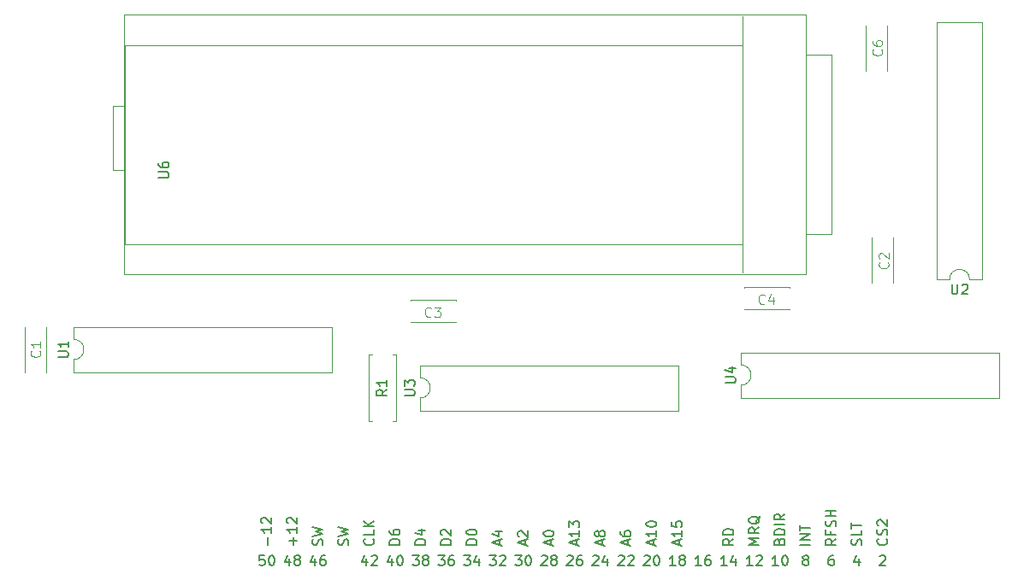
<source format=gto>
G04 #@! TF.GenerationSoftware,KiCad,Pcbnew,(6.0.9)*
G04 #@! TF.CreationDate,2023-05-01T17:42:55+02:00*
G04 #@! TF.ProjectId,05_Cartucho_MSX_Tang_Nano_9k_Mapper,30355f43-6172-4747-9563-686f5f4d5358,rev?*
G04 #@! TF.SameCoordinates,Original*
G04 #@! TF.FileFunction,Legend,Top*
G04 #@! TF.FilePolarity,Positive*
%FSLAX46Y46*%
G04 Gerber Fmt 4.6, Leading zero omitted, Abs format (unit mm)*
G04 Created by KiCad (PCBNEW (6.0.9)) date 2023-05-01 17:42:55*
%MOMM*%
%LPD*%
G01*
G04 APERTURE LIST*
%ADD10C,0.150000*%
%ADD11C,0.096520*%
%ADD12C,0.120000*%
%ADD13C,0.100000*%
%ADD14C,1.600000*%
%ADD15R,1.600000X2.400000*%
%ADD16O,1.600000X2.400000*%
%ADD17C,4.900000*%
%ADD18R,1.270000X7.620000*%
%ADD19O,1.600000X1.600000*%
%ADD20R,2.400000X1.600000*%
%ADD21O,2.400000X1.600000*%
G04 APERTURE END LIST*
D10*
X118618095Y-133532619D02*
X118665714Y-133485000D01*
X118760952Y-133437380D01*
X118999047Y-133437380D01*
X119094285Y-133485000D01*
X119141904Y-133532619D01*
X119189523Y-133627857D01*
X119189523Y-133723095D01*
X119141904Y-133865952D01*
X118570476Y-134437380D01*
X119189523Y-134437380D01*
X119808571Y-133437380D02*
X119903809Y-133437380D01*
X119999047Y-133485000D01*
X120046666Y-133532619D01*
X120094285Y-133627857D01*
X120141904Y-133818333D01*
X120141904Y-134056428D01*
X120094285Y-134246904D01*
X120046666Y-134342142D01*
X119999047Y-134389761D01*
X119903809Y-134437380D01*
X119808571Y-134437380D01*
X119713333Y-134389761D01*
X119665714Y-134342142D01*
X119618095Y-134246904D01*
X119570476Y-134056428D01*
X119570476Y-133818333D01*
X119618095Y-133627857D01*
X119665714Y-133532619D01*
X119713333Y-133485000D01*
X119808571Y-133437380D01*
X83891428Y-132379404D02*
X83891428Y-131617500D01*
X84272380Y-131998452D02*
X83510476Y-131998452D01*
X84272380Y-130617500D02*
X84272380Y-131188928D01*
X84272380Y-130903214D02*
X83272380Y-130903214D01*
X83415238Y-130998452D01*
X83510476Y-131093690D01*
X83558095Y-131188928D01*
X83367619Y-130236547D02*
X83320000Y-130188928D01*
X83272380Y-130093690D01*
X83272380Y-129855595D01*
X83320000Y-129760357D01*
X83367619Y-129712738D01*
X83462857Y-129665119D01*
X83558095Y-129665119D01*
X83700952Y-129712738D01*
X84272380Y-130284166D01*
X84272380Y-129665119D01*
X129349523Y-134437380D02*
X128778095Y-134437380D01*
X129063809Y-134437380D02*
X129063809Y-133437380D01*
X128968571Y-133580238D01*
X128873333Y-133675476D01*
X128778095Y-133723095D01*
X129730476Y-133532619D02*
X129778095Y-133485000D01*
X129873333Y-133437380D01*
X130111428Y-133437380D01*
X130206666Y-133485000D01*
X130254285Y-133532619D01*
X130301904Y-133627857D01*
X130301904Y-133723095D01*
X130254285Y-133865952D01*
X129682857Y-134437380D01*
X130301904Y-134437380D01*
X126809523Y-134437380D02*
X126238095Y-134437380D01*
X126523809Y-134437380D02*
X126523809Y-133437380D01*
X126428571Y-133580238D01*
X126333333Y-133675476D01*
X126238095Y-133723095D01*
X127666666Y-133770714D02*
X127666666Y-134437380D01*
X127428571Y-133389761D02*
X127190476Y-134104047D01*
X127809523Y-134104047D01*
X91154285Y-133770714D02*
X91154285Y-134437380D01*
X90916190Y-133389761D02*
X90678095Y-134104047D01*
X91297142Y-134104047D01*
X91630476Y-133532619D02*
X91678095Y-133485000D01*
X91773333Y-133437380D01*
X92011428Y-133437380D01*
X92106666Y-133485000D01*
X92154285Y-133532619D01*
X92201904Y-133627857D01*
X92201904Y-133723095D01*
X92154285Y-133865952D01*
X91582857Y-134437380D01*
X92201904Y-134437380D01*
X86764761Y-132427023D02*
X86812380Y-132284166D01*
X86812380Y-132046071D01*
X86764761Y-131950833D01*
X86717142Y-131903214D01*
X86621904Y-131855595D01*
X86526666Y-131855595D01*
X86431428Y-131903214D01*
X86383809Y-131950833D01*
X86336190Y-132046071D01*
X86288571Y-132236547D01*
X86240952Y-132331785D01*
X86193333Y-132379404D01*
X86098095Y-132427023D01*
X86002857Y-132427023D01*
X85907619Y-132379404D01*
X85860000Y-132331785D01*
X85812380Y-132236547D01*
X85812380Y-131998452D01*
X85860000Y-131855595D01*
X85812380Y-131522261D02*
X86812380Y-131284166D01*
X86098095Y-131093690D01*
X86812380Y-130903214D01*
X85812380Y-130665119D01*
X116078095Y-133532619D02*
X116125714Y-133485000D01*
X116220952Y-133437380D01*
X116459047Y-133437380D01*
X116554285Y-133485000D01*
X116601904Y-133532619D01*
X116649523Y-133627857D01*
X116649523Y-133723095D01*
X116601904Y-133865952D01*
X116030476Y-134437380D01*
X116649523Y-134437380D01*
X117030476Y-133532619D02*
X117078095Y-133485000D01*
X117173333Y-133437380D01*
X117411428Y-133437380D01*
X117506666Y-133485000D01*
X117554285Y-133532619D01*
X117601904Y-133627857D01*
X117601904Y-133723095D01*
X117554285Y-133865952D01*
X116982857Y-134437380D01*
X117601904Y-134437380D01*
X114466666Y-132427023D02*
X114466666Y-131950833D01*
X114752380Y-132522261D02*
X113752380Y-132188928D01*
X114752380Y-131855595D01*
X114180952Y-131379404D02*
X114133333Y-131474642D01*
X114085714Y-131522261D01*
X113990476Y-131569880D01*
X113942857Y-131569880D01*
X113847619Y-131522261D01*
X113800000Y-131474642D01*
X113752380Y-131379404D01*
X113752380Y-131188928D01*
X113800000Y-131093690D01*
X113847619Y-131046071D01*
X113942857Y-130998452D01*
X113990476Y-130998452D01*
X114085714Y-131046071D01*
X114133333Y-131093690D01*
X114180952Y-131188928D01*
X114180952Y-131379404D01*
X114228571Y-131474642D01*
X114276190Y-131522261D01*
X114371428Y-131569880D01*
X114561904Y-131569880D01*
X114657142Y-131522261D01*
X114704761Y-131474642D01*
X114752380Y-131379404D01*
X114752380Y-131188928D01*
X114704761Y-131093690D01*
X114657142Y-131046071D01*
X114561904Y-130998452D01*
X114371428Y-130998452D01*
X114276190Y-131046071D01*
X114228571Y-131093690D01*
X114180952Y-131188928D01*
X122086666Y-132427023D02*
X122086666Y-131950833D01*
X122372380Y-132522261D02*
X121372380Y-132188928D01*
X122372380Y-131855595D01*
X122372380Y-130998452D02*
X122372380Y-131569880D01*
X122372380Y-131284166D02*
X121372380Y-131284166D01*
X121515238Y-131379404D01*
X121610476Y-131474642D01*
X121658095Y-131569880D01*
X121372380Y-130093690D02*
X121372380Y-130569880D01*
X121848571Y-130617500D01*
X121800952Y-130569880D01*
X121753333Y-130474642D01*
X121753333Y-130236547D01*
X121800952Y-130141309D01*
X121848571Y-130093690D01*
X121943809Y-130046071D01*
X122181904Y-130046071D01*
X122277142Y-130093690D01*
X122324761Y-130141309D01*
X122372380Y-130236547D01*
X122372380Y-130474642D01*
X122324761Y-130569880D01*
X122277142Y-130617500D01*
X81351428Y-132379404D02*
X81351428Y-131617500D01*
X81732380Y-130617500D02*
X81732380Y-131188928D01*
X81732380Y-130903214D02*
X80732380Y-130903214D01*
X80875238Y-130998452D01*
X80970476Y-131093690D01*
X81018095Y-131188928D01*
X80827619Y-130236547D02*
X80780000Y-130188928D01*
X80732380Y-130093690D01*
X80732380Y-129855595D01*
X80780000Y-129760357D01*
X80827619Y-129712738D01*
X80922857Y-129665119D01*
X81018095Y-129665119D01*
X81160952Y-129712738D01*
X81732380Y-130284166D01*
X81732380Y-129665119D01*
X95710476Y-133437380D02*
X96329523Y-133437380D01*
X95996190Y-133818333D01*
X96139047Y-133818333D01*
X96234285Y-133865952D01*
X96281904Y-133913571D01*
X96329523Y-134008809D01*
X96329523Y-134246904D01*
X96281904Y-134342142D01*
X96234285Y-134389761D01*
X96139047Y-134437380D01*
X95853333Y-134437380D01*
X95758095Y-134389761D01*
X95710476Y-134342142D01*
X96900952Y-133865952D02*
X96805714Y-133818333D01*
X96758095Y-133770714D01*
X96710476Y-133675476D01*
X96710476Y-133627857D01*
X96758095Y-133532619D01*
X96805714Y-133485000D01*
X96900952Y-133437380D01*
X97091428Y-133437380D01*
X97186666Y-133485000D01*
X97234285Y-133532619D01*
X97281904Y-133627857D01*
X97281904Y-133675476D01*
X97234285Y-133770714D01*
X97186666Y-133818333D01*
X97091428Y-133865952D01*
X96900952Y-133865952D01*
X96805714Y-133913571D01*
X96758095Y-133961190D01*
X96710476Y-134056428D01*
X96710476Y-134246904D01*
X96758095Y-134342142D01*
X96805714Y-134389761D01*
X96900952Y-134437380D01*
X97091428Y-134437380D01*
X97186666Y-134389761D01*
X97234285Y-134342142D01*
X97281904Y-134246904D01*
X97281904Y-134056428D01*
X97234285Y-133961190D01*
X97186666Y-133913571D01*
X97091428Y-133865952D01*
X142597142Y-131807976D02*
X142644761Y-131855595D01*
X142692380Y-131998452D01*
X142692380Y-132093690D01*
X142644761Y-132236547D01*
X142549523Y-132331785D01*
X142454285Y-132379404D01*
X142263809Y-132427023D01*
X142120952Y-132427023D01*
X141930476Y-132379404D01*
X141835238Y-132331785D01*
X141740000Y-132236547D01*
X141692380Y-132093690D01*
X141692380Y-131998452D01*
X141740000Y-131855595D01*
X141787619Y-131807976D01*
X142644761Y-131427023D02*
X142692380Y-131284166D01*
X142692380Y-131046071D01*
X142644761Y-130950833D01*
X142597142Y-130903214D01*
X142501904Y-130855595D01*
X142406666Y-130855595D01*
X142311428Y-130903214D01*
X142263809Y-130950833D01*
X142216190Y-131046071D01*
X142168571Y-131236547D01*
X142120952Y-131331785D01*
X142073333Y-131379404D01*
X141978095Y-131427023D01*
X141882857Y-131427023D01*
X141787619Y-131379404D01*
X141740000Y-131331785D01*
X141692380Y-131236547D01*
X141692380Y-130998452D01*
X141740000Y-130855595D01*
X141787619Y-130474642D02*
X141740000Y-130427023D01*
X141692380Y-130331785D01*
X141692380Y-130093690D01*
X141740000Y-129998452D01*
X141787619Y-129950833D01*
X141882857Y-129903214D01*
X141978095Y-129903214D01*
X142120952Y-129950833D01*
X142692380Y-130522261D01*
X142692380Y-129903214D01*
X105870476Y-133437380D02*
X106489523Y-133437380D01*
X106156190Y-133818333D01*
X106299047Y-133818333D01*
X106394285Y-133865952D01*
X106441904Y-133913571D01*
X106489523Y-134008809D01*
X106489523Y-134246904D01*
X106441904Y-134342142D01*
X106394285Y-134389761D01*
X106299047Y-134437380D01*
X106013333Y-134437380D01*
X105918095Y-134389761D01*
X105870476Y-134342142D01*
X107108571Y-133437380D02*
X107203809Y-133437380D01*
X107299047Y-133485000D01*
X107346666Y-133532619D01*
X107394285Y-133627857D01*
X107441904Y-133818333D01*
X107441904Y-134056428D01*
X107394285Y-134246904D01*
X107346666Y-134342142D01*
X107299047Y-134389761D01*
X107203809Y-134437380D01*
X107108571Y-134437380D01*
X107013333Y-134389761D01*
X106965714Y-134342142D01*
X106918095Y-134246904D01*
X106870476Y-134056428D01*
X106870476Y-133818333D01*
X106918095Y-133627857D01*
X106965714Y-133532619D01*
X107013333Y-133485000D01*
X107108571Y-133437380D01*
X96972380Y-132379404D02*
X95972380Y-132379404D01*
X95972380Y-132141309D01*
X96020000Y-131998452D01*
X96115238Y-131903214D01*
X96210476Y-131855595D01*
X96400952Y-131807976D01*
X96543809Y-131807976D01*
X96734285Y-131855595D01*
X96829523Y-131903214D01*
X96924761Y-131998452D01*
X96972380Y-132141309D01*
X96972380Y-132379404D01*
X96305714Y-130950833D02*
X96972380Y-130950833D01*
X95924761Y-131188928D02*
X96639047Y-131427023D01*
X96639047Y-130807976D01*
X91797142Y-131807976D02*
X91844761Y-131855595D01*
X91892380Y-131998452D01*
X91892380Y-132093690D01*
X91844761Y-132236547D01*
X91749523Y-132331785D01*
X91654285Y-132379404D01*
X91463809Y-132427023D01*
X91320952Y-132427023D01*
X91130476Y-132379404D01*
X91035238Y-132331785D01*
X90940000Y-132236547D01*
X90892380Y-132093690D01*
X90892380Y-131998452D01*
X90940000Y-131855595D01*
X90987619Y-131807976D01*
X91892380Y-130903214D02*
X91892380Y-131379404D01*
X90892380Y-131379404D01*
X91892380Y-130569880D02*
X90892380Y-130569880D01*
X91892380Y-129998452D02*
X91320952Y-130427023D01*
X90892380Y-129998452D02*
X91463809Y-130569880D01*
X119546666Y-132427023D02*
X119546666Y-131950833D01*
X119832380Y-132522261D02*
X118832380Y-132188928D01*
X119832380Y-131855595D01*
X119832380Y-130998452D02*
X119832380Y-131569880D01*
X119832380Y-131284166D02*
X118832380Y-131284166D01*
X118975238Y-131379404D01*
X119070476Y-131474642D01*
X119118095Y-131569880D01*
X118832380Y-130379404D02*
X118832380Y-130284166D01*
X118880000Y-130188928D01*
X118927619Y-130141309D01*
X119022857Y-130093690D01*
X119213333Y-130046071D01*
X119451428Y-130046071D01*
X119641904Y-130093690D01*
X119737142Y-130141309D01*
X119784761Y-130188928D01*
X119832380Y-130284166D01*
X119832380Y-130379404D01*
X119784761Y-130474642D01*
X119737142Y-130522261D01*
X119641904Y-130569880D01*
X119451428Y-130617500D01*
X119213333Y-130617500D01*
X119022857Y-130569880D01*
X118927619Y-130522261D01*
X118880000Y-130474642D01*
X118832380Y-130379404D01*
X113538095Y-133532619D02*
X113585714Y-133485000D01*
X113680952Y-133437380D01*
X113919047Y-133437380D01*
X114014285Y-133485000D01*
X114061904Y-133532619D01*
X114109523Y-133627857D01*
X114109523Y-133723095D01*
X114061904Y-133865952D01*
X113490476Y-134437380D01*
X114109523Y-134437380D01*
X114966666Y-133770714D02*
X114966666Y-134437380D01*
X114728571Y-133389761D02*
X114490476Y-134104047D01*
X115109523Y-134104047D01*
X83534285Y-133770714D02*
X83534285Y-134437380D01*
X83296190Y-133389761D02*
X83058095Y-134104047D01*
X83677142Y-134104047D01*
X84200952Y-133865952D02*
X84105714Y-133818333D01*
X84058095Y-133770714D01*
X84010476Y-133675476D01*
X84010476Y-133627857D01*
X84058095Y-133532619D01*
X84105714Y-133485000D01*
X84200952Y-133437380D01*
X84391428Y-133437380D01*
X84486666Y-133485000D01*
X84534285Y-133532619D01*
X84581904Y-133627857D01*
X84581904Y-133675476D01*
X84534285Y-133770714D01*
X84486666Y-133818333D01*
X84391428Y-133865952D01*
X84200952Y-133865952D01*
X84105714Y-133913571D01*
X84058095Y-133961190D01*
X84010476Y-134056428D01*
X84010476Y-134246904D01*
X84058095Y-134342142D01*
X84105714Y-134389761D01*
X84200952Y-134437380D01*
X84391428Y-134437380D01*
X84486666Y-134389761D01*
X84534285Y-134342142D01*
X84581904Y-134246904D01*
X84581904Y-134056428D01*
X84534285Y-133961190D01*
X84486666Y-133913571D01*
X84391428Y-133865952D01*
X86074285Y-133770714D02*
X86074285Y-134437380D01*
X85836190Y-133389761D02*
X85598095Y-134104047D01*
X86217142Y-134104047D01*
X87026666Y-133437380D02*
X86836190Y-133437380D01*
X86740952Y-133485000D01*
X86693333Y-133532619D01*
X86598095Y-133675476D01*
X86550476Y-133865952D01*
X86550476Y-134246904D01*
X86598095Y-134342142D01*
X86645714Y-134389761D01*
X86740952Y-134437380D01*
X86931428Y-134437380D01*
X87026666Y-134389761D01*
X87074285Y-134342142D01*
X87121904Y-134246904D01*
X87121904Y-134008809D01*
X87074285Y-133913571D01*
X87026666Y-133865952D01*
X86931428Y-133818333D01*
X86740952Y-133818333D01*
X86645714Y-133865952D01*
X86598095Y-133913571D01*
X86550476Y-134008809D01*
X134524761Y-133865952D02*
X134429523Y-133818333D01*
X134381904Y-133770714D01*
X134334285Y-133675476D01*
X134334285Y-133627857D01*
X134381904Y-133532619D01*
X134429523Y-133485000D01*
X134524761Y-133437380D01*
X134715238Y-133437380D01*
X134810476Y-133485000D01*
X134858095Y-133532619D01*
X134905714Y-133627857D01*
X134905714Y-133675476D01*
X134858095Y-133770714D01*
X134810476Y-133818333D01*
X134715238Y-133865952D01*
X134524761Y-133865952D01*
X134429523Y-133913571D01*
X134381904Y-133961190D01*
X134334285Y-134056428D01*
X134334285Y-134246904D01*
X134381904Y-134342142D01*
X134429523Y-134389761D01*
X134524761Y-134437380D01*
X134715238Y-134437380D01*
X134810476Y-134389761D01*
X134858095Y-134342142D01*
X134905714Y-134246904D01*
X134905714Y-134056428D01*
X134858095Y-133961190D01*
X134810476Y-133913571D01*
X134715238Y-133865952D01*
X100790476Y-133437380D02*
X101409523Y-133437380D01*
X101076190Y-133818333D01*
X101219047Y-133818333D01*
X101314285Y-133865952D01*
X101361904Y-133913571D01*
X101409523Y-134008809D01*
X101409523Y-134246904D01*
X101361904Y-134342142D01*
X101314285Y-134389761D01*
X101219047Y-134437380D01*
X100933333Y-134437380D01*
X100838095Y-134389761D01*
X100790476Y-134342142D01*
X102266666Y-133770714D02*
X102266666Y-134437380D01*
X102028571Y-133389761D02*
X101790476Y-134104047D01*
X102409523Y-134104047D01*
X132008571Y-132046071D02*
X132056190Y-131903214D01*
X132103809Y-131855595D01*
X132199047Y-131807976D01*
X132341904Y-131807976D01*
X132437142Y-131855595D01*
X132484761Y-131903214D01*
X132532380Y-131998452D01*
X132532380Y-132379404D01*
X131532380Y-132379404D01*
X131532380Y-132046071D01*
X131580000Y-131950833D01*
X131627619Y-131903214D01*
X131722857Y-131855595D01*
X131818095Y-131855595D01*
X131913333Y-131903214D01*
X131960952Y-131950833D01*
X132008571Y-132046071D01*
X132008571Y-132379404D01*
X132532380Y-131379404D02*
X131532380Y-131379404D01*
X131532380Y-131141309D01*
X131580000Y-130998452D01*
X131675238Y-130903214D01*
X131770476Y-130855595D01*
X131960952Y-130807976D01*
X132103809Y-130807976D01*
X132294285Y-130855595D01*
X132389523Y-130903214D01*
X132484761Y-130998452D01*
X132532380Y-131141309D01*
X132532380Y-131379404D01*
X132532380Y-130379404D02*
X131532380Y-130379404D01*
X132532380Y-129331785D02*
X132056190Y-129665119D01*
X132532380Y-129903214D02*
X131532380Y-129903214D01*
X131532380Y-129522261D01*
X131580000Y-129427023D01*
X131627619Y-129379404D01*
X131722857Y-129331785D01*
X131865714Y-129331785D01*
X131960952Y-129379404D01*
X132008571Y-129427023D01*
X132056190Y-129522261D01*
X132056190Y-129903214D01*
X108458095Y-133532619D02*
X108505714Y-133485000D01*
X108600952Y-133437380D01*
X108839047Y-133437380D01*
X108934285Y-133485000D01*
X108981904Y-133532619D01*
X109029523Y-133627857D01*
X109029523Y-133723095D01*
X108981904Y-133865952D01*
X108410476Y-134437380D01*
X109029523Y-134437380D01*
X109600952Y-133865952D02*
X109505714Y-133818333D01*
X109458095Y-133770714D01*
X109410476Y-133675476D01*
X109410476Y-133627857D01*
X109458095Y-133532619D01*
X109505714Y-133485000D01*
X109600952Y-133437380D01*
X109791428Y-133437380D01*
X109886666Y-133485000D01*
X109934285Y-133532619D01*
X109981904Y-133627857D01*
X109981904Y-133675476D01*
X109934285Y-133770714D01*
X109886666Y-133818333D01*
X109791428Y-133865952D01*
X109600952Y-133865952D01*
X109505714Y-133913571D01*
X109458095Y-133961190D01*
X109410476Y-134056428D01*
X109410476Y-134246904D01*
X109458095Y-134342142D01*
X109505714Y-134389761D01*
X109600952Y-134437380D01*
X109791428Y-134437380D01*
X109886666Y-134389761D01*
X109934285Y-134342142D01*
X109981904Y-134246904D01*
X109981904Y-134056428D01*
X109934285Y-133961190D01*
X109886666Y-133913571D01*
X109791428Y-133865952D01*
X81041904Y-133437380D02*
X80565714Y-133437380D01*
X80518095Y-133913571D01*
X80565714Y-133865952D01*
X80660952Y-133818333D01*
X80899047Y-133818333D01*
X80994285Y-133865952D01*
X81041904Y-133913571D01*
X81089523Y-134008809D01*
X81089523Y-134246904D01*
X81041904Y-134342142D01*
X80994285Y-134389761D01*
X80899047Y-134437380D01*
X80660952Y-134437380D01*
X80565714Y-134389761D01*
X80518095Y-134342142D01*
X81708571Y-133437380D02*
X81803809Y-133437380D01*
X81899047Y-133485000D01*
X81946666Y-133532619D01*
X81994285Y-133627857D01*
X82041904Y-133818333D01*
X82041904Y-134056428D01*
X81994285Y-134246904D01*
X81946666Y-134342142D01*
X81899047Y-134389761D01*
X81803809Y-134437380D01*
X81708571Y-134437380D01*
X81613333Y-134389761D01*
X81565714Y-134342142D01*
X81518095Y-134246904D01*
X81470476Y-134056428D01*
X81470476Y-133818333D01*
X81518095Y-133627857D01*
X81565714Y-133532619D01*
X81613333Y-133485000D01*
X81708571Y-133437380D01*
X98250476Y-133437380D02*
X98869523Y-133437380D01*
X98536190Y-133818333D01*
X98679047Y-133818333D01*
X98774285Y-133865952D01*
X98821904Y-133913571D01*
X98869523Y-134008809D01*
X98869523Y-134246904D01*
X98821904Y-134342142D01*
X98774285Y-134389761D01*
X98679047Y-134437380D01*
X98393333Y-134437380D01*
X98298095Y-134389761D01*
X98250476Y-134342142D01*
X99726666Y-133437380D02*
X99536190Y-133437380D01*
X99440952Y-133485000D01*
X99393333Y-133532619D01*
X99298095Y-133675476D01*
X99250476Y-133865952D01*
X99250476Y-134246904D01*
X99298095Y-134342142D01*
X99345714Y-134389761D01*
X99440952Y-134437380D01*
X99631428Y-134437380D01*
X99726666Y-134389761D01*
X99774285Y-134342142D01*
X99821904Y-134246904D01*
X99821904Y-134008809D01*
X99774285Y-133913571D01*
X99726666Y-133865952D01*
X99631428Y-133818333D01*
X99440952Y-133818333D01*
X99345714Y-133865952D01*
X99298095Y-133913571D01*
X99250476Y-134008809D01*
X99512380Y-132379404D02*
X98512380Y-132379404D01*
X98512380Y-132141309D01*
X98560000Y-131998452D01*
X98655238Y-131903214D01*
X98750476Y-131855595D01*
X98940952Y-131807976D01*
X99083809Y-131807976D01*
X99274285Y-131855595D01*
X99369523Y-131903214D01*
X99464761Y-131998452D01*
X99512380Y-132141309D01*
X99512380Y-132379404D01*
X98607619Y-131427023D02*
X98560000Y-131379404D01*
X98512380Y-131284166D01*
X98512380Y-131046071D01*
X98560000Y-130950833D01*
X98607619Y-130903214D01*
X98702857Y-130855595D01*
X98798095Y-130855595D01*
X98940952Y-130903214D01*
X99512380Y-131474642D01*
X99512380Y-130855595D01*
X111926666Y-132427023D02*
X111926666Y-131950833D01*
X112212380Y-132522261D02*
X111212380Y-132188928D01*
X112212380Y-131855595D01*
X112212380Y-130998452D02*
X112212380Y-131569880D01*
X112212380Y-131284166D02*
X111212380Y-131284166D01*
X111355238Y-131379404D01*
X111450476Y-131474642D01*
X111498095Y-131569880D01*
X111212380Y-130665119D02*
X111212380Y-130046071D01*
X111593333Y-130379404D01*
X111593333Y-130236547D01*
X111640952Y-130141309D01*
X111688571Y-130093690D01*
X111783809Y-130046071D01*
X112021904Y-130046071D01*
X112117142Y-130093690D01*
X112164761Y-130141309D01*
X112212380Y-130236547D01*
X112212380Y-130522261D01*
X112164761Y-130617500D01*
X112117142Y-130665119D01*
X109386666Y-132427023D02*
X109386666Y-131950833D01*
X109672380Y-132522261D02*
X108672380Y-132188928D01*
X109672380Y-131855595D01*
X108672380Y-131331785D02*
X108672380Y-131236547D01*
X108720000Y-131141309D01*
X108767619Y-131093690D01*
X108862857Y-131046071D01*
X109053333Y-130998452D01*
X109291428Y-130998452D01*
X109481904Y-131046071D01*
X109577142Y-131093690D01*
X109624761Y-131141309D01*
X109672380Y-131236547D01*
X109672380Y-131331785D01*
X109624761Y-131427023D01*
X109577142Y-131474642D01*
X109481904Y-131522261D01*
X109291428Y-131569880D01*
X109053333Y-131569880D01*
X108862857Y-131522261D01*
X108767619Y-131474642D01*
X108720000Y-131427023D01*
X108672380Y-131331785D01*
X117006666Y-132427023D02*
X117006666Y-131950833D01*
X117292380Y-132522261D02*
X116292380Y-132188928D01*
X117292380Y-131855595D01*
X116292380Y-131093690D02*
X116292380Y-131284166D01*
X116340000Y-131379404D01*
X116387619Y-131427023D01*
X116530476Y-131522261D01*
X116720952Y-131569880D01*
X117101904Y-131569880D01*
X117197142Y-131522261D01*
X117244761Y-131474642D01*
X117292380Y-131379404D01*
X117292380Y-131188928D01*
X117244761Y-131093690D01*
X117197142Y-131046071D01*
X117101904Y-130998452D01*
X116863809Y-130998452D01*
X116768571Y-131046071D01*
X116720952Y-131093690D01*
X116673333Y-131188928D01*
X116673333Y-131379404D01*
X116720952Y-131474642D01*
X116768571Y-131522261D01*
X116863809Y-131569880D01*
X121729523Y-134437380D02*
X121158095Y-134437380D01*
X121443809Y-134437380D02*
X121443809Y-133437380D01*
X121348571Y-133580238D01*
X121253333Y-133675476D01*
X121158095Y-133723095D01*
X122300952Y-133865952D02*
X122205714Y-133818333D01*
X122158095Y-133770714D01*
X122110476Y-133675476D01*
X122110476Y-133627857D01*
X122158095Y-133532619D01*
X122205714Y-133485000D01*
X122300952Y-133437380D01*
X122491428Y-133437380D01*
X122586666Y-133485000D01*
X122634285Y-133532619D01*
X122681904Y-133627857D01*
X122681904Y-133675476D01*
X122634285Y-133770714D01*
X122586666Y-133818333D01*
X122491428Y-133865952D01*
X122300952Y-133865952D01*
X122205714Y-133913571D01*
X122158095Y-133961190D01*
X122110476Y-134056428D01*
X122110476Y-134246904D01*
X122158095Y-134342142D01*
X122205714Y-134389761D01*
X122300952Y-134437380D01*
X122491428Y-134437380D01*
X122586666Y-134389761D01*
X122634285Y-134342142D01*
X122681904Y-134246904D01*
X122681904Y-134056428D01*
X122634285Y-133961190D01*
X122586666Y-133913571D01*
X122491428Y-133865952D01*
X141954285Y-133532619D02*
X142001904Y-133485000D01*
X142097142Y-133437380D01*
X142335238Y-133437380D01*
X142430476Y-133485000D01*
X142478095Y-133532619D01*
X142525714Y-133627857D01*
X142525714Y-133723095D01*
X142478095Y-133865952D01*
X141906666Y-134437380D01*
X142525714Y-134437380D01*
X127452380Y-131807976D02*
X126976190Y-132141309D01*
X127452380Y-132379404D02*
X126452380Y-132379404D01*
X126452380Y-131998452D01*
X126500000Y-131903214D01*
X126547619Y-131855595D01*
X126642857Y-131807976D01*
X126785714Y-131807976D01*
X126880952Y-131855595D01*
X126928571Y-131903214D01*
X126976190Y-131998452D01*
X126976190Y-132379404D01*
X127452380Y-131379404D02*
X126452380Y-131379404D01*
X126452380Y-131141309D01*
X126500000Y-130998452D01*
X126595238Y-130903214D01*
X126690476Y-130855595D01*
X126880952Y-130807976D01*
X127023809Y-130807976D01*
X127214285Y-130855595D01*
X127309523Y-130903214D01*
X127404761Y-130998452D01*
X127452380Y-131141309D01*
X127452380Y-131379404D01*
X110998095Y-133532619D02*
X111045714Y-133485000D01*
X111140952Y-133437380D01*
X111379047Y-133437380D01*
X111474285Y-133485000D01*
X111521904Y-133532619D01*
X111569523Y-133627857D01*
X111569523Y-133723095D01*
X111521904Y-133865952D01*
X110950476Y-134437380D01*
X111569523Y-134437380D01*
X112426666Y-133437380D02*
X112236190Y-133437380D01*
X112140952Y-133485000D01*
X112093333Y-133532619D01*
X111998095Y-133675476D01*
X111950476Y-133865952D01*
X111950476Y-134246904D01*
X111998095Y-134342142D01*
X112045714Y-134389761D01*
X112140952Y-134437380D01*
X112331428Y-134437380D01*
X112426666Y-134389761D01*
X112474285Y-134342142D01*
X112521904Y-134246904D01*
X112521904Y-134008809D01*
X112474285Y-133913571D01*
X112426666Y-133865952D01*
X112331428Y-133818333D01*
X112140952Y-133818333D01*
X112045714Y-133865952D01*
X111998095Y-133913571D01*
X111950476Y-134008809D01*
X139890476Y-133770714D02*
X139890476Y-134437380D01*
X139652380Y-133389761D02*
X139414285Y-134104047D01*
X140033333Y-134104047D01*
X93694285Y-133770714D02*
X93694285Y-134437380D01*
X93456190Y-133389761D02*
X93218095Y-134104047D01*
X93837142Y-134104047D01*
X94408571Y-133437380D02*
X94503809Y-133437380D01*
X94599047Y-133485000D01*
X94646666Y-133532619D01*
X94694285Y-133627857D01*
X94741904Y-133818333D01*
X94741904Y-134056428D01*
X94694285Y-134246904D01*
X94646666Y-134342142D01*
X94599047Y-134389761D01*
X94503809Y-134437380D01*
X94408571Y-134437380D01*
X94313333Y-134389761D01*
X94265714Y-134342142D01*
X94218095Y-134246904D01*
X94170476Y-134056428D01*
X94170476Y-133818333D01*
X94218095Y-133627857D01*
X94265714Y-133532619D01*
X94313333Y-133485000D01*
X94408571Y-133437380D01*
X135072380Y-132379404D02*
X134072380Y-132379404D01*
X135072380Y-131903214D02*
X134072380Y-131903214D01*
X135072380Y-131331785D01*
X134072380Y-131331785D01*
X134072380Y-130998452D02*
X134072380Y-130427023D01*
X135072380Y-130712738D02*
X134072380Y-130712738D01*
X103330476Y-133437380D02*
X103949523Y-133437380D01*
X103616190Y-133818333D01*
X103759047Y-133818333D01*
X103854285Y-133865952D01*
X103901904Y-133913571D01*
X103949523Y-134008809D01*
X103949523Y-134246904D01*
X103901904Y-134342142D01*
X103854285Y-134389761D01*
X103759047Y-134437380D01*
X103473333Y-134437380D01*
X103378095Y-134389761D01*
X103330476Y-134342142D01*
X104330476Y-133532619D02*
X104378095Y-133485000D01*
X104473333Y-133437380D01*
X104711428Y-133437380D01*
X104806666Y-133485000D01*
X104854285Y-133532619D01*
X104901904Y-133627857D01*
X104901904Y-133723095D01*
X104854285Y-133865952D01*
X104282857Y-134437380D01*
X104901904Y-134437380D01*
X89304761Y-132427023D02*
X89352380Y-132284166D01*
X89352380Y-132046071D01*
X89304761Y-131950833D01*
X89257142Y-131903214D01*
X89161904Y-131855595D01*
X89066666Y-131855595D01*
X88971428Y-131903214D01*
X88923809Y-131950833D01*
X88876190Y-132046071D01*
X88828571Y-132236547D01*
X88780952Y-132331785D01*
X88733333Y-132379404D01*
X88638095Y-132427023D01*
X88542857Y-132427023D01*
X88447619Y-132379404D01*
X88400000Y-132331785D01*
X88352380Y-132236547D01*
X88352380Y-131998452D01*
X88400000Y-131855595D01*
X88352380Y-131522261D02*
X89352380Y-131284166D01*
X88638095Y-131093690D01*
X89352380Y-130903214D01*
X88352380Y-130665119D01*
X94432380Y-132379404D02*
X93432380Y-132379404D01*
X93432380Y-132141309D01*
X93480000Y-131998452D01*
X93575238Y-131903214D01*
X93670476Y-131855595D01*
X93860952Y-131807976D01*
X94003809Y-131807976D01*
X94194285Y-131855595D01*
X94289523Y-131903214D01*
X94384761Y-131998452D01*
X94432380Y-132141309D01*
X94432380Y-132379404D01*
X93432380Y-130950833D02*
X93432380Y-131141309D01*
X93480000Y-131236547D01*
X93527619Y-131284166D01*
X93670476Y-131379404D01*
X93860952Y-131427023D01*
X94241904Y-131427023D01*
X94337142Y-131379404D01*
X94384761Y-131331785D01*
X94432380Y-131236547D01*
X94432380Y-131046071D01*
X94384761Y-130950833D01*
X94337142Y-130903214D01*
X94241904Y-130855595D01*
X94003809Y-130855595D01*
X93908571Y-130903214D01*
X93860952Y-130950833D01*
X93813333Y-131046071D01*
X93813333Y-131236547D01*
X93860952Y-131331785D01*
X93908571Y-131379404D01*
X94003809Y-131427023D01*
X137612380Y-131807976D02*
X137136190Y-132141309D01*
X137612380Y-132379404D02*
X136612380Y-132379404D01*
X136612380Y-131998452D01*
X136660000Y-131903214D01*
X136707619Y-131855595D01*
X136802857Y-131807976D01*
X136945714Y-131807976D01*
X137040952Y-131855595D01*
X137088571Y-131903214D01*
X137136190Y-131998452D01*
X137136190Y-132379404D01*
X137088571Y-131046071D02*
X137088571Y-131379404D01*
X137612380Y-131379404D02*
X136612380Y-131379404D01*
X136612380Y-130903214D01*
X137564761Y-130569880D02*
X137612380Y-130427023D01*
X137612380Y-130188928D01*
X137564761Y-130093690D01*
X137517142Y-130046071D01*
X137421904Y-129998452D01*
X137326666Y-129998452D01*
X137231428Y-130046071D01*
X137183809Y-130093690D01*
X137136190Y-130188928D01*
X137088571Y-130379404D01*
X137040952Y-130474642D01*
X136993333Y-130522261D01*
X136898095Y-130569880D01*
X136802857Y-130569880D01*
X136707619Y-130522261D01*
X136660000Y-130474642D01*
X136612380Y-130379404D01*
X136612380Y-130141309D01*
X136660000Y-129998452D01*
X137612380Y-129569880D02*
X136612380Y-129569880D01*
X137088571Y-129569880D02*
X137088571Y-128998452D01*
X137612380Y-128998452D02*
X136612380Y-128998452D01*
X137350476Y-133437380D02*
X137160000Y-133437380D01*
X137064761Y-133485000D01*
X137017142Y-133532619D01*
X136921904Y-133675476D01*
X136874285Y-133865952D01*
X136874285Y-134246904D01*
X136921904Y-134342142D01*
X136969523Y-134389761D01*
X137064761Y-134437380D01*
X137255238Y-134437380D01*
X137350476Y-134389761D01*
X137398095Y-134342142D01*
X137445714Y-134246904D01*
X137445714Y-134008809D01*
X137398095Y-133913571D01*
X137350476Y-133865952D01*
X137255238Y-133818333D01*
X137064761Y-133818333D01*
X136969523Y-133865952D01*
X136921904Y-133913571D01*
X136874285Y-134008809D01*
X104306666Y-132427023D02*
X104306666Y-131950833D01*
X104592380Y-132522261D02*
X103592380Y-132188928D01*
X104592380Y-131855595D01*
X103925714Y-131093690D02*
X104592380Y-131093690D01*
X103544761Y-131331785D02*
X104259047Y-131569880D01*
X104259047Y-130950833D01*
X106846666Y-132427023D02*
X106846666Y-131950833D01*
X107132380Y-132522261D02*
X106132380Y-132188928D01*
X107132380Y-131855595D01*
X106227619Y-131569880D02*
X106180000Y-131522261D01*
X106132380Y-131427023D01*
X106132380Y-131188928D01*
X106180000Y-131093690D01*
X106227619Y-131046071D01*
X106322857Y-130998452D01*
X106418095Y-130998452D01*
X106560952Y-131046071D01*
X107132380Y-131617500D01*
X107132380Y-130998452D01*
X124269523Y-134437380D02*
X123698095Y-134437380D01*
X123983809Y-134437380D02*
X123983809Y-133437380D01*
X123888571Y-133580238D01*
X123793333Y-133675476D01*
X123698095Y-133723095D01*
X125126666Y-133437380D02*
X124936190Y-133437380D01*
X124840952Y-133485000D01*
X124793333Y-133532619D01*
X124698095Y-133675476D01*
X124650476Y-133865952D01*
X124650476Y-134246904D01*
X124698095Y-134342142D01*
X124745714Y-134389761D01*
X124840952Y-134437380D01*
X125031428Y-134437380D01*
X125126666Y-134389761D01*
X125174285Y-134342142D01*
X125221904Y-134246904D01*
X125221904Y-134008809D01*
X125174285Y-133913571D01*
X125126666Y-133865952D01*
X125031428Y-133818333D01*
X124840952Y-133818333D01*
X124745714Y-133865952D01*
X124698095Y-133913571D01*
X124650476Y-134008809D01*
X140104761Y-132427023D02*
X140152380Y-132284166D01*
X140152380Y-132046071D01*
X140104761Y-131950833D01*
X140057142Y-131903214D01*
X139961904Y-131855595D01*
X139866666Y-131855595D01*
X139771428Y-131903214D01*
X139723809Y-131950833D01*
X139676190Y-132046071D01*
X139628571Y-132236547D01*
X139580952Y-132331785D01*
X139533333Y-132379404D01*
X139438095Y-132427023D01*
X139342857Y-132427023D01*
X139247619Y-132379404D01*
X139200000Y-132331785D01*
X139152380Y-132236547D01*
X139152380Y-131998452D01*
X139200000Y-131855595D01*
X140152380Y-130950833D02*
X140152380Y-131427023D01*
X139152380Y-131427023D01*
X139152380Y-130760357D02*
X139152380Y-130188928D01*
X140152380Y-130474642D02*
X139152380Y-130474642D01*
X140104761Y-129903214D02*
X140152380Y-129760357D01*
X140152380Y-129522261D01*
X140104761Y-129427023D01*
X140057142Y-129379404D01*
X139961904Y-129331785D01*
X139866666Y-129331785D01*
X139771428Y-129379404D01*
X139723809Y-129427023D01*
X139676190Y-129522261D01*
X139628571Y-129712738D01*
X139580952Y-129807976D01*
X139533333Y-129855595D01*
X139438095Y-129903214D01*
X139342857Y-129903214D01*
X139247619Y-129855595D01*
X139200000Y-129807976D01*
X139152380Y-129712738D01*
X139152380Y-129474642D01*
X139200000Y-129331785D01*
X140152380Y-128427023D02*
X140152380Y-128903214D01*
X139152380Y-128903214D01*
X131889523Y-134437380D02*
X131318095Y-134437380D01*
X131603809Y-134437380D02*
X131603809Y-133437380D01*
X131508571Y-133580238D01*
X131413333Y-133675476D01*
X131318095Y-133723095D01*
X132508571Y-133437380D02*
X132603809Y-133437380D01*
X132699047Y-133485000D01*
X132746666Y-133532619D01*
X132794285Y-133627857D01*
X132841904Y-133818333D01*
X132841904Y-134056428D01*
X132794285Y-134246904D01*
X132746666Y-134342142D01*
X132699047Y-134389761D01*
X132603809Y-134437380D01*
X132508571Y-134437380D01*
X132413333Y-134389761D01*
X132365714Y-134342142D01*
X132318095Y-134246904D01*
X132270476Y-134056428D01*
X132270476Y-133818333D01*
X132318095Y-133627857D01*
X132365714Y-133532619D01*
X132413333Y-133485000D01*
X132508571Y-133437380D01*
X102052380Y-132379404D02*
X101052380Y-132379404D01*
X101052380Y-132141309D01*
X101100000Y-131998452D01*
X101195238Y-131903214D01*
X101290476Y-131855595D01*
X101480952Y-131807976D01*
X101623809Y-131807976D01*
X101814285Y-131855595D01*
X101909523Y-131903214D01*
X102004761Y-131998452D01*
X102052380Y-132141309D01*
X102052380Y-132379404D01*
X101052380Y-131188928D02*
X101052380Y-131093690D01*
X101100000Y-130998452D01*
X101147619Y-130950833D01*
X101242857Y-130903214D01*
X101433333Y-130855595D01*
X101671428Y-130855595D01*
X101861904Y-130903214D01*
X101957142Y-130950833D01*
X102004761Y-130998452D01*
X102052380Y-131093690D01*
X102052380Y-131188928D01*
X102004761Y-131284166D01*
X101957142Y-131331785D01*
X101861904Y-131379404D01*
X101671428Y-131427023D01*
X101433333Y-131427023D01*
X101242857Y-131379404D01*
X101147619Y-131331785D01*
X101100000Y-131284166D01*
X101052380Y-131188928D01*
X129992380Y-132379404D02*
X128992380Y-132379404D01*
X129706666Y-132046071D01*
X128992380Y-131712738D01*
X129992380Y-131712738D01*
X129992380Y-130665119D02*
X129516190Y-130998452D01*
X129992380Y-131236547D02*
X128992380Y-131236547D01*
X128992380Y-130855595D01*
X129040000Y-130760357D01*
X129087619Y-130712738D01*
X129182857Y-130665119D01*
X129325714Y-130665119D01*
X129420952Y-130712738D01*
X129468571Y-130760357D01*
X129516190Y-130855595D01*
X129516190Y-131236547D01*
X130087619Y-129569880D02*
X130040000Y-129665119D01*
X129944761Y-129760357D01*
X129801904Y-129903214D01*
X129754285Y-129998452D01*
X129754285Y-130093690D01*
X129992380Y-130046071D02*
X129944761Y-130141309D01*
X129849523Y-130236547D01*
X129659047Y-130284166D01*
X129325714Y-130284166D01*
X129135238Y-130236547D01*
X129040000Y-130141309D01*
X128992380Y-130046071D01*
X128992380Y-129855595D01*
X129040000Y-129760357D01*
X129135238Y-129665119D01*
X129325714Y-129617500D01*
X129659047Y-129617500D01*
X129849523Y-129665119D01*
X129944761Y-129760357D01*
X129992380Y-129855595D01*
X129992380Y-130046071D01*
D11*
X142102114Y-83290229D02*
X142148076Y-83336191D01*
X142194038Y-83474077D01*
X142194038Y-83566001D01*
X142148076Y-83703886D01*
X142056152Y-83795810D01*
X141964228Y-83841772D01*
X141780380Y-83887734D01*
X141642495Y-83887734D01*
X141458647Y-83841772D01*
X141366723Y-83795810D01*
X141274800Y-83703886D01*
X141228838Y-83566001D01*
X141228838Y-83474077D01*
X141274800Y-83336191D01*
X141320761Y-83290229D01*
X141228838Y-82462915D02*
X141228838Y-82646762D01*
X141274800Y-82738686D01*
X141320761Y-82784648D01*
X141458647Y-82876572D01*
X141642495Y-82922534D01*
X142010190Y-82922534D01*
X142102114Y-82876572D01*
X142148076Y-82830610D01*
X142194038Y-82738686D01*
X142194038Y-82554839D01*
X142148076Y-82462915D01*
X142102114Y-82416953D01*
X142010190Y-82370991D01*
X141780380Y-82370991D01*
X141688457Y-82416953D01*
X141642495Y-82462915D01*
X141596533Y-82554839D01*
X141596533Y-82738686D01*
X141642495Y-82830610D01*
X141688457Y-82876572D01*
X141780380Y-82922534D01*
X97533496Y-109717114D02*
X97487534Y-109763076D01*
X97349648Y-109809038D01*
X97257724Y-109809038D01*
X97119839Y-109763076D01*
X97027915Y-109671152D01*
X96981953Y-109579228D01*
X96935991Y-109395380D01*
X96935991Y-109257495D01*
X96981953Y-109073647D01*
X97027915Y-108981723D01*
X97119839Y-108889800D01*
X97257724Y-108843838D01*
X97349648Y-108843838D01*
X97487534Y-108889800D01*
X97533496Y-108935761D01*
X97855229Y-108843838D02*
X98452734Y-108843838D01*
X98131001Y-109211533D01*
X98268886Y-109211533D01*
X98360810Y-109257495D01*
X98406772Y-109303457D01*
X98452734Y-109395380D01*
X98452734Y-109625190D01*
X98406772Y-109717114D01*
X98360810Y-109763076D01*
X98268886Y-109809038D01*
X97993115Y-109809038D01*
X97901191Y-109763076D01*
X97855229Y-109717114D01*
X58790114Y-113179823D02*
X58836076Y-113225785D01*
X58882038Y-113363671D01*
X58882038Y-113455595D01*
X58836076Y-113593480D01*
X58744152Y-113685404D01*
X58652228Y-113731366D01*
X58468380Y-113777328D01*
X58330495Y-113777328D01*
X58146647Y-113731366D01*
X58054723Y-113685404D01*
X57962800Y-113593480D01*
X57916838Y-113455595D01*
X57916838Y-113363671D01*
X57962800Y-113225785D01*
X58008761Y-113179823D01*
X58882038Y-112260585D02*
X58882038Y-112812128D01*
X58882038Y-112536357D02*
X57916838Y-112536357D01*
X58054723Y-112628280D01*
X58146647Y-112720204D01*
X58192609Y-112812128D01*
D10*
X60627380Y-113791904D02*
X61436904Y-113791904D01*
X61532142Y-113744285D01*
X61579761Y-113696666D01*
X61627380Y-113601428D01*
X61627380Y-113410952D01*
X61579761Y-113315714D01*
X61532142Y-113268095D01*
X61436904Y-113220476D01*
X60627380Y-113220476D01*
X61627380Y-112220476D02*
X61627380Y-112791904D01*
X61627380Y-112506190D02*
X60627380Y-112506190D01*
X60770238Y-112601428D01*
X60865476Y-112696666D01*
X60913095Y-112791904D01*
X70572380Y-96011904D02*
X71381904Y-96011904D01*
X71477142Y-95964285D01*
X71524761Y-95916666D01*
X71572380Y-95821428D01*
X71572380Y-95630952D01*
X71524761Y-95535714D01*
X71477142Y-95488095D01*
X71381904Y-95440476D01*
X70572380Y-95440476D01*
X70572380Y-94535714D02*
X70572380Y-94726190D01*
X70620000Y-94821428D01*
X70667619Y-94869047D01*
X70810476Y-94964285D01*
X71000952Y-95011904D01*
X71381904Y-95011904D01*
X71477142Y-94964285D01*
X71524761Y-94916666D01*
X71572380Y-94821428D01*
X71572380Y-94630952D01*
X71524761Y-94535714D01*
X71477142Y-94488095D01*
X71381904Y-94440476D01*
X71143809Y-94440476D01*
X71048571Y-94488095D01*
X71000952Y-94535714D01*
X70953333Y-94630952D01*
X70953333Y-94821428D01*
X71000952Y-94916666D01*
X71048571Y-94964285D01*
X71143809Y-95011904D01*
X126662380Y-116331904D02*
X127471904Y-116331904D01*
X127567142Y-116284285D01*
X127614761Y-116236666D01*
X127662380Y-116141428D01*
X127662380Y-115950952D01*
X127614761Y-115855714D01*
X127567142Y-115808095D01*
X127471904Y-115760476D01*
X126662380Y-115760476D01*
X126995714Y-114855714D02*
X127662380Y-114855714D01*
X126614761Y-115093809D02*
X127329047Y-115331904D01*
X127329047Y-114712857D01*
D11*
X142737114Y-104396503D02*
X142783076Y-104442465D01*
X142829038Y-104580351D01*
X142829038Y-104672275D01*
X142783076Y-104810160D01*
X142691152Y-104902084D01*
X142599228Y-104948046D01*
X142415380Y-104994008D01*
X142277495Y-104994008D01*
X142093647Y-104948046D01*
X142001723Y-104902084D01*
X141909800Y-104810160D01*
X141863838Y-104672275D01*
X141863838Y-104580351D01*
X141909800Y-104442465D01*
X141955761Y-104396503D01*
X141955761Y-104028808D02*
X141909800Y-103982846D01*
X141863838Y-103890922D01*
X141863838Y-103661113D01*
X141909800Y-103569189D01*
X141955761Y-103523227D01*
X142047685Y-103477265D01*
X142139609Y-103477265D01*
X142277495Y-103523227D01*
X142829038Y-104074770D01*
X142829038Y-103477265D01*
D10*
X93162380Y-117006666D02*
X92686190Y-117340000D01*
X93162380Y-117578095D02*
X92162380Y-117578095D01*
X92162380Y-117197142D01*
X92210000Y-117101904D01*
X92257619Y-117054285D01*
X92352857Y-117006666D01*
X92495714Y-117006666D01*
X92590952Y-117054285D01*
X92638571Y-117101904D01*
X92686190Y-117197142D01*
X92686190Y-117578095D01*
X93162380Y-116054285D02*
X93162380Y-116625714D01*
X93162380Y-116340000D02*
X92162380Y-116340000D01*
X92305238Y-116435238D01*
X92400476Y-116530476D01*
X92448095Y-116625714D01*
D11*
X130553496Y-108447114D02*
X130507534Y-108493076D01*
X130369648Y-108539038D01*
X130277724Y-108539038D01*
X130139839Y-108493076D01*
X130047915Y-108401152D01*
X130001953Y-108309228D01*
X129955991Y-108125380D01*
X129955991Y-107987495D01*
X130001953Y-107803647D01*
X130047915Y-107711723D01*
X130139839Y-107619800D01*
X130277724Y-107573838D01*
X130369648Y-107573838D01*
X130507534Y-107619800D01*
X130553496Y-107665761D01*
X131380810Y-107895571D02*
X131380810Y-108539038D01*
X131151001Y-107527876D02*
X130921191Y-108217304D01*
X131518696Y-108217304D01*
D10*
X94912380Y-117601904D02*
X95721904Y-117601904D01*
X95817142Y-117554285D01*
X95864761Y-117506666D01*
X95912380Y-117411428D01*
X95912380Y-117220952D01*
X95864761Y-117125714D01*
X95817142Y-117078095D01*
X95721904Y-117030476D01*
X94912380Y-117030476D01*
X94912380Y-116649523D02*
X94912380Y-116030476D01*
X95293333Y-116363809D01*
X95293333Y-116220952D01*
X95340952Y-116125714D01*
X95388571Y-116078095D01*
X95483809Y-116030476D01*
X95721904Y-116030476D01*
X95817142Y-116078095D01*
X95864761Y-116125714D01*
X95912380Y-116220952D01*
X95912380Y-116506666D01*
X95864761Y-116601904D01*
X95817142Y-116649523D01*
X149088095Y-106552380D02*
X149088095Y-107361904D01*
X149135714Y-107457142D01*
X149183333Y-107504761D01*
X149278571Y-107552380D01*
X149469047Y-107552380D01*
X149564285Y-107504761D01*
X149611904Y-107457142D01*
X149659523Y-107361904D01*
X149659523Y-106552380D01*
X150088095Y-106647619D02*
X150135714Y-106600000D01*
X150230952Y-106552380D01*
X150469047Y-106552380D01*
X150564285Y-106600000D01*
X150611904Y-106647619D01*
X150659523Y-106742857D01*
X150659523Y-106838095D01*
X150611904Y-106980952D01*
X150040476Y-107552380D01*
X150659523Y-107552380D01*
D12*
X140535000Y-80915000D02*
X140535000Y-85455000D01*
X142675000Y-80915000D02*
X142675000Y-85455000D01*
X142675000Y-85455000D02*
X142660000Y-85455000D01*
X142675000Y-80915000D02*
X142660000Y-80915000D01*
X140550000Y-85455000D02*
X140535000Y-85455000D01*
X140550000Y-80915000D02*
X140535000Y-80915000D01*
X95480000Y-108150000D02*
X100020000Y-108150000D01*
X100020000Y-108150000D02*
X100020000Y-108165000D01*
X95480000Y-110290000D02*
X100020000Y-110290000D01*
X95480000Y-110275000D02*
X95480000Y-110290000D01*
X95480000Y-108150000D02*
X95480000Y-108165000D01*
X100020000Y-110275000D02*
X100020000Y-110290000D01*
X59490000Y-115340000D02*
X59490000Y-110800000D01*
X57350000Y-110800000D02*
X57365000Y-110800000D01*
X57350000Y-115340000D02*
X57350000Y-110800000D01*
X59475000Y-110800000D02*
X59490000Y-110800000D01*
X59475000Y-115340000D02*
X59490000Y-115340000D01*
X57350000Y-115340000D02*
X57365000Y-115340000D01*
X87695000Y-110780000D02*
X62175000Y-110780000D01*
X62175000Y-110780000D02*
X62175000Y-112030000D01*
X87695000Y-115280000D02*
X87695000Y-110780000D01*
X62175000Y-114030000D02*
X62175000Y-115280000D01*
X62175000Y-115280000D02*
X87695000Y-115280000D01*
X62175000Y-114030000D02*
G75*
G03*
X62175000Y-112030000I0J1000000D01*
G01*
X67190000Y-105580000D02*
X134620000Y-105580000D01*
D13*
X128330000Y-105410000D02*
X128330000Y-80010000D01*
D12*
X66040000Y-88900000D02*
X67183000Y-88900000D01*
X67250000Y-102580000D02*
X128330000Y-102580000D01*
X134620000Y-101600000D02*
X137160000Y-101600000D01*
X66040000Y-95250000D02*
X66040000Y-88900000D01*
X67250000Y-82840000D02*
X67250000Y-87900000D01*
X67250000Y-95250000D02*
X66040000Y-95250000D01*
X134620000Y-105580000D02*
X134620000Y-79840000D01*
X67250000Y-87630000D02*
X67250000Y-102580000D01*
X137160000Y-101600000D02*
X137160000Y-83820000D01*
X134620000Y-79840000D02*
X67190000Y-79840000D01*
X137160000Y-83820000D02*
X134620000Y-83820000D01*
X128330000Y-82840000D02*
X67250000Y-82840000D01*
X67190000Y-79840000D02*
X67190000Y-105580000D01*
X128210000Y-117820000D02*
X153730000Y-117820000D01*
X153730000Y-117820000D02*
X153730000Y-113320000D01*
X153730000Y-113320000D02*
X128210000Y-113320000D01*
X128210000Y-116570000D02*
X128210000Y-117820000D01*
X128210000Y-113320000D02*
X128210000Y-114570000D01*
X128210000Y-116570000D02*
G75*
G03*
X128210000Y-114570000I0J1000000D01*
G01*
X143310000Y-106450000D02*
X143310000Y-101910000D01*
X143295000Y-106450000D02*
X143310000Y-106450000D01*
X141170000Y-106450000D02*
X141185000Y-106450000D01*
X143295000Y-101910000D02*
X143310000Y-101910000D01*
X141170000Y-106450000D02*
X141170000Y-101910000D01*
X141170000Y-101910000D02*
X141185000Y-101910000D01*
X91340000Y-120110000D02*
X91670000Y-120110000D01*
X94080000Y-113570000D02*
X94080000Y-120110000D01*
X91340000Y-113570000D02*
X91340000Y-120110000D01*
X91670000Y-113570000D02*
X91340000Y-113570000D01*
X93750000Y-113570000D02*
X94080000Y-113570000D01*
X94080000Y-120110000D02*
X93750000Y-120110000D01*
X128500000Y-109005000D02*
X128500000Y-109020000D01*
X128500000Y-109020000D02*
X133040000Y-109020000D01*
X133040000Y-109005000D02*
X133040000Y-109020000D01*
X128500000Y-106880000D02*
X128500000Y-106895000D01*
X133040000Y-106880000D02*
X133040000Y-106895000D01*
X128500000Y-106880000D02*
X133040000Y-106880000D01*
X121980000Y-119090000D02*
X121980000Y-114590000D01*
X96460000Y-114590000D02*
X96460000Y-115840000D01*
X96460000Y-117840000D02*
X96460000Y-119090000D01*
X96460000Y-119090000D02*
X121980000Y-119090000D01*
X121980000Y-114590000D02*
X96460000Y-114590000D01*
X96460000Y-117840000D02*
G75*
G03*
X96460000Y-115840000I0J1000000D01*
G01*
X152100000Y-106100000D02*
X152100000Y-80580000D01*
X147600000Y-106100000D02*
X148850000Y-106100000D01*
X150850000Y-106100000D02*
X152100000Y-106100000D01*
X152100000Y-80580000D02*
X147600000Y-80580000D01*
X147600000Y-80580000D02*
X147600000Y-106100000D01*
X150850000Y-106100000D02*
G75*
G03*
X148850000Y-106100000I-1000000J0D01*
G01*
%LPC*%
D14*
X141605000Y-80685000D03*
X141605000Y-85685000D03*
X95250000Y-109220000D03*
X100250000Y-109220000D03*
X58420000Y-115570000D03*
X58420000Y-110570000D03*
D15*
X63505000Y-116840000D03*
D16*
X66045000Y-116840000D03*
X68585000Y-116840000D03*
X71125000Y-116840000D03*
X73665000Y-116840000D03*
X76205000Y-116840000D03*
X78745000Y-116840000D03*
X81285000Y-116840000D03*
X83825000Y-116840000D03*
X86365000Y-116840000D03*
X86365000Y-109220000D03*
X83825000Y-109220000D03*
X81285000Y-109220000D03*
X78745000Y-109220000D03*
X76205000Y-109220000D03*
X73665000Y-109220000D03*
X71125000Y-109220000D03*
X68585000Y-109220000D03*
X66045000Y-109220000D03*
X63505000Y-109220000D03*
D17*
X83660000Y-122465000D03*
X139860000Y-127565000D03*
D18*
X142240000Y-139700000D03*
X139700000Y-139700000D03*
X137160000Y-139700000D03*
X134620000Y-139700000D03*
X132080000Y-139700000D03*
X129540000Y-139700000D03*
X127000000Y-139700000D03*
X124460000Y-139700000D03*
X121920000Y-139700000D03*
X119380000Y-139700000D03*
X116840000Y-139700000D03*
X114300000Y-139700000D03*
X111760000Y-139700000D03*
X109220000Y-139700000D03*
X106680000Y-139700000D03*
X104140000Y-139700000D03*
X101600000Y-139700000D03*
X99060000Y-139700000D03*
X96520000Y-139700000D03*
X93980000Y-139700000D03*
X91440000Y-139700000D03*
X88900000Y-138430000D03*
X86360000Y-139700000D03*
X83820000Y-139700000D03*
X81280000Y-139700000D03*
D15*
X68580000Y-104140000D03*
D16*
X71120000Y-104140000D03*
X73660000Y-104140000D03*
X76200000Y-104140000D03*
X78740000Y-104140000D03*
X81280000Y-104140000D03*
X83820000Y-104140000D03*
X86360000Y-104140000D03*
X88900000Y-104140000D03*
X91440000Y-104140000D03*
X93980000Y-104140000D03*
X96520000Y-104140000D03*
X99060000Y-104140000D03*
X101600000Y-104140000D03*
X104140000Y-104140000D03*
X106680000Y-104140000D03*
X109220000Y-104140000D03*
X111760000Y-104140000D03*
X114300000Y-104140000D03*
X116840000Y-104140000D03*
X119380000Y-104140000D03*
X121920000Y-104140000D03*
X124460000Y-104140000D03*
X127000000Y-104140000D03*
X127000000Y-81280000D03*
X124460000Y-81280000D03*
X121920000Y-81280000D03*
X119380000Y-81280000D03*
X116840000Y-81280000D03*
X114300000Y-81280000D03*
X111760000Y-81280000D03*
X109220000Y-81280000D03*
X106680000Y-81280000D03*
X104140000Y-81280000D03*
X101600000Y-81280000D03*
X99060000Y-81280000D03*
X96520000Y-81280000D03*
X93980000Y-81280000D03*
X91440000Y-81280000D03*
X88900000Y-81280000D03*
X86360000Y-81280000D03*
X83820000Y-81280000D03*
X81280000Y-81280000D03*
X78740000Y-81280000D03*
X76200000Y-81280000D03*
X73660000Y-81280000D03*
X71120000Y-81280000D03*
X68580000Y-81280000D03*
D15*
X129540000Y-119380000D03*
D16*
X132080000Y-119380000D03*
X134620000Y-119380000D03*
X137160000Y-119380000D03*
X139700000Y-119380000D03*
X142240000Y-119380000D03*
X144780000Y-119380000D03*
X147320000Y-119380000D03*
X149860000Y-119380000D03*
X152400000Y-119380000D03*
X152400000Y-111760000D03*
X149860000Y-111760000D03*
X147320000Y-111760000D03*
X144780000Y-111760000D03*
X142240000Y-111760000D03*
X139700000Y-111760000D03*
X137160000Y-111760000D03*
X134620000Y-111760000D03*
X132080000Y-111760000D03*
X129540000Y-111760000D03*
D14*
X142240000Y-106680000D03*
X142240000Y-101680000D03*
X92710000Y-113030000D03*
D19*
X92710000Y-120650000D03*
D14*
X128270000Y-107950000D03*
X133270000Y-107950000D03*
D15*
X97790000Y-120650000D03*
D16*
X100330000Y-120650000D03*
X102870000Y-120650000D03*
X105410000Y-120650000D03*
X107950000Y-120650000D03*
X110490000Y-120650000D03*
X113030000Y-120650000D03*
X115570000Y-120650000D03*
X118110000Y-120650000D03*
X120650000Y-120650000D03*
X120650000Y-113030000D03*
X118110000Y-113030000D03*
X115570000Y-113030000D03*
X113030000Y-113030000D03*
X110490000Y-113030000D03*
X107950000Y-113030000D03*
X105410000Y-113030000D03*
X102870000Y-113030000D03*
X100330000Y-113030000D03*
X97790000Y-113030000D03*
D20*
X153660000Y-104770000D03*
D21*
X153660000Y-102230000D03*
X153660000Y-99690000D03*
X153660000Y-97150000D03*
X153660000Y-94610000D03*
X153660000Y-92070000D03*
X153660000Y-89530000D03*
X153660000Y-86990000D03*
X153660000Y-84450000D03*
X153660000Y-81910000D03*
X146040000Y-81910000D03*
X146040000Y-84450000D03*
X146040000Y-86990000D03*
X146040000Y-89530000D03*
X146040000Y-92070000D03*
X146040000Y-94610000D03*
X146040000Y-97150000D03*
X146040000Y-99690000D03*
X146040000Y-102230000D03*
X146040000Y-104770000D03*
M02*

</source>
